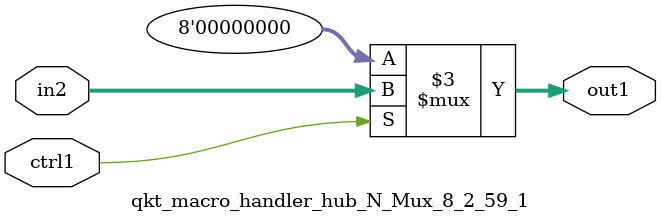
<source format=v>

`timescale 1ps / 1ps


module qkt_macro_handler_hub_N_Mux_8_2_59_1( in2, ctrl1, out1 );

    input [7:0] in2;
    input ctrl1;
    output [7:0] out1;
    reg [7:0] out1;

    
    // rtl_process:qkt_macro_handler_hub_N_Mux_8_2_59_1/qkt_macro_handler_hub_N_Mux_8_2_59_1_thread_1
    always @*
      begin : qkt_macro_handler_hub_N_Mux_8_2_59_1_thread_1
        case (ctrl1) 
          1'b1: 
            begin
              out1 = in2;
            end
          default: 
            begin
              out1 = 8'd000;
            end
        endcase
      end

endmodule



</source>
